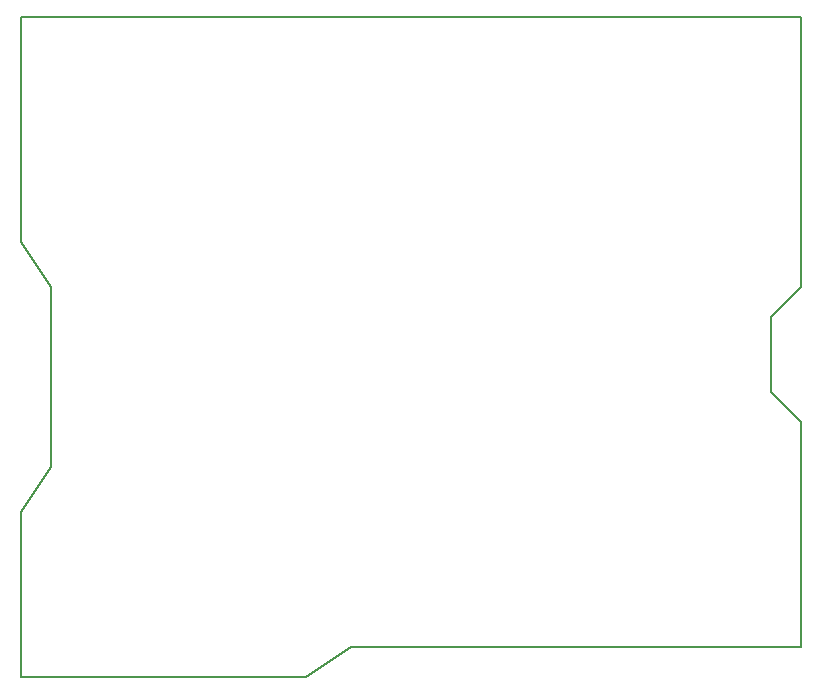
<source format=gbr>
G04 #@! TF.GenerationSoftware,KiCad,Pcbnew,5.0.0*
G04 #@! TF.CreationDate,2018-07-31T16:24:44+02:00*
G04 #@! TF.ProjectId,HB-UNI-Sen-WEA,48422D554E492D53656E2D5745412E6B,1.0*
G04 #@! TF.SameCoordinates,Original*
G04 #@! TF.FileFunction,Profile,NP*
%FSLAX46Y46*%
G04 Gerber Fmt 4.6, Leading zero omitted, Abs format (unit mm)*
G04 Created by KiCad (PCBNEW 5.0.0) date Tue Jul 31 16:24:44 2018*
%MOMM*%
%LPD*%
G01*
G04 APERTURE LIST*
%ADD10C,0.150000*%
%ADD11C,0.200000*%
G04 APERTURE END LIST*
D10*
X186690000Y-99060000D02*
X186690000Y-118110000D01*
X148590000Y-118110000D02*
X144780000Y-120650000D01*
X186690000Y-118110000D02*
X148590000Y-118110000D01*
D11*
X120650000Y-64770000D02*
X186690000Y-64770000D01*
X120650000Y-83820000D02*
X120650000Y-64770000D01*
X120650000Y-106680000D02*
X120650000Y-120650000D01*
D10*
X186690000Y-87630000D02*
X186690000Y-64770000D01*
X184150000Y-90170000D02*
X186690000Y-87630000D01*
X184150000Y-96520000D02*
X184150000Y-90170000D01*
X186690000Y-99060000D02*
X184150000Y-96520000D01*
D11*
X123190000Y-87630000D02*
X123190000Y-102870000D01*
X120650000Y-83820000D02*
X123190000Y-87630000D01*
X120650000Y-120650000D02*
X144780000Y-120650000D01*
X123190000Y-102870000D02*
X120650000Y-106680000D01*
M02*

</source>
